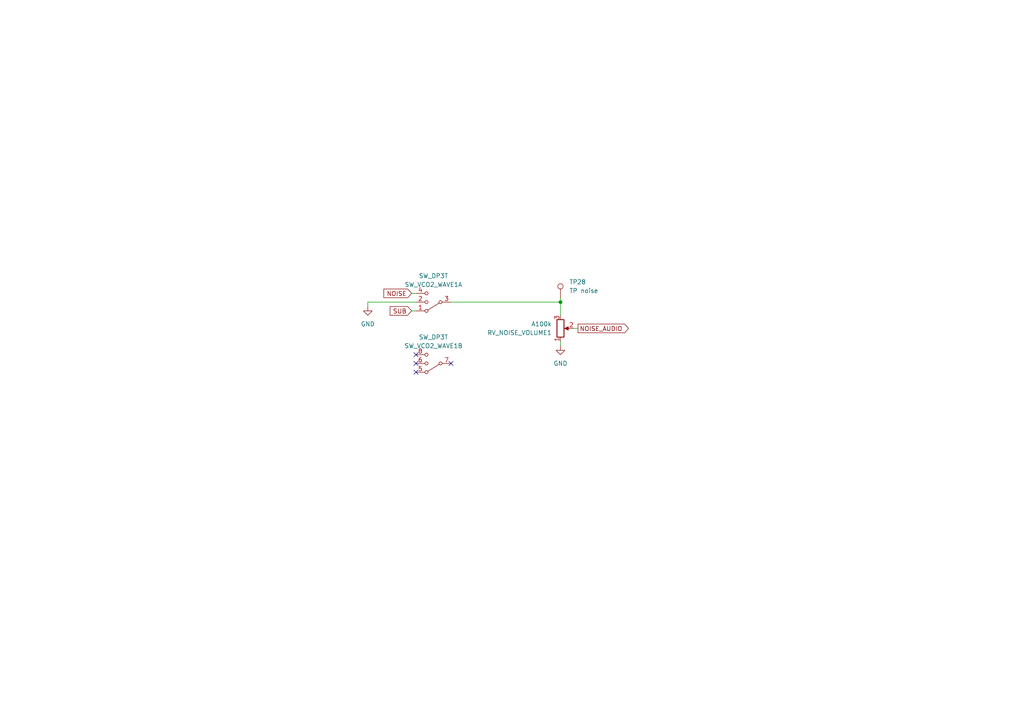
<source format=kicad_sch>
(kicad_sch (version 20231120) (generator "eeschema") (generator_version "8.0")
  (paper "A4")
  (lib_symbols
    (symbol "Connector:TestPoint" (pin_numbers hide) (pin_names (offset 0.762) hide)
      (property "Reference" "TP" (at 0 6.858 0))
      (property "Value" "TestPoint" (at 0 5.08 0))
      (symbol "TestPoint_0_1"
        (circle (center 0 3.302) (radius 0.762))
      )
      (symbol "TestPoint_1_1"
        (pin passive line (at 0 0 90) (length 2.54) (name "1") (number "1"))
      )
    )
    (symbol "Device:R_Potentiometer" (pin_names (offset 1.016) hide)
      (property "Reference" "RV" (at -4.445 0 90))
      (property "Value" "R_Potentiometer" (at -2.54 0 90))
      (symbol "R_Potentiometer_0_1"
        (polyline (pts (xy 2.54 0) (xy 1.524 0)))
        (polyline (pts (xy 1.143 0) (xy 2.286 0.508) (xy 2.286 -0.508) (xy 1.143 0)) (fill (type outline)))
        (rectangle (start 1.016 2.54) (end -1.016 -2.54) (stroke (width 0.254)))
      )
      (symbol "R_Potentiometer_1_1"
        (pin passive line (at 0 3.81 270) (length 1.27) (name "1") (number "1"))
        (pin passive line (at 3.81 0 180) (length 1.27) (name "2") (number "2"))
        (pin passive line (at 0 -3.81 90) (length 1.27) (name "3") (number "3"))
      )
    )
    (symbol "Switch:SW_DP3T" (pin_names (offset 0) hide)
      (property "Reference" "SW" (at 0 5.08 0))
      (property "Value" "SW_DP3T" (at 0 -5.08 0))
      (symbol "SW_DP3T_0_1"
        (circle (center -2.032 0) (radius 0.4572))
        (polyline (pts (xy -1.651 0.254) (xy 1.651 2.286)))
        (circle (center 2.032 -2.54) (radius 0.4572))
        (circle (center 2.032 0) (radius 0.4572))
        (circle (center 2.032 2.54) (radius 0.4572))
      )
      (symbol "SW_DP3T_1_1"
        (pin passive line (at 5.08 2.54 180) (length 2.54) (name "1") (number "1"))
        (pin passive line (at 5.08 0 180) (length 2.54) (name "2") (number "2"))
        (pin passive line (at -5.08 0 0) (length 2.54) (name "3") (number "3"))
        (pin passive line (at 5.08 -2.54 180) (length 2.54) (name "4") (number "4"))
      )
      (symbol "SW_DP3T_2_1"
        (pin passive line (at 5.08 2.54 180) (length 2.54) (name "5") (number "5"))
        (pin passive line (at 5.08 0 180) (length 2.54) (name "6") (number "6"))
        (pin passive line (at -5.08 0 0) (length 2.54) (name "7") (number "7"))
        (pin passive line (at 5.08 -2.54 180) (length 2.54) (name "8") (number "8"))
      )
    )
    (symbol "power:GND" (power) (pin_names (offset 0))
      (property "Value" "GND" (at 0 -3.81 0))
      (symbol "GND_0_1"
        (polyline (pts (xy 0 0) (xy 0 -1.27) (xy 1.27 -1.27) (xy 0 -2.54) (xy -1.27 -1.27) (xy 0 -1.27)))
      )
      (symbol "GND_1_1"
        (pin power_in line (at 0 0 270) (length 0) hide (name "GND") (number "1"))
      )
    )
  )
  (junction (at 162.56 87.63))
  (no_connect (at 130.81 105.41))
  (no_connect (at 120.65 105.41))
  (no_connect (at 120.65 102.87))
  (no_connect (at 120.65 107.95))
  (wire (pts (xy 120.65 87.63) (xy 106.68 87.63)))
  (wire (pts (xy 119.38 85.09) (xy 120.65 85.09)))
  (wire (pts (xy 119.38 90.17) (xy 120.65 90.17)))
  (wire (pts (xy 162.56 100.33) (xy 162.56 99.06)))
  (wire (pts (xy 167.64 95.25) (xy 166.37 95.25)))
  (wire (pts (xy 106.68 87.63) (xy 106.68 88.9)))
  (wire (pts (xy 162.56 86.36) (xy 162.56 87.63)))
  (wire (pts (xy 162.56 87.63) (xy 162.56 91.44)))
  (wire (pts (xy 130.81 87.63) (xy 162.56 87.63)))
  (global_label "NOISE" (shape input) (at 119.38 85.09 180) (property "Intersheetrefs" "${INTERSHEET_REFS}" (effects (hide yes))))
  (global_label "NOISE_AUDIO" (shape output) (at 167.64 95.25 0) (property "Intersheetrefs" "${INTERSHEET_REFS}" (effects (hide yes))))
  (global_label "SUB" (shape input) (at 119.38 90.17 180) (property "Intersheetrefs" "${INTERSHEET_REFS}" (effects (hide yes))))
  (symbol (lib_id "Device:R_Potentiometer") (at 162.56 95.25 0) (mirror x) (unit 1)
    (property "Reference" "RV_NOISE_VOLUME1" (at 160.02 96.52 0) (effects (justify right)))
    (property "Value" "A100k" (at 160.02 93.98 0) (effects (justify right)))
    (property "Footprint" "Shmoergh_Custom_Footprints:Potentiometer_Bourns_Single-PTV09A" (effects (hide yes)))
  )
  (symbol (lib_id "power:GND") (at 162.56 100.33 0) (unit 1)
    (property "Reference" "#PWR025" (effects (hide yes)))
    (property "Value" "GND" (at 162.56 105.41 0))
  )
  (symbol (lib_id "Switch:SW_DP3T") (at 125.73 87.63 180) (unit 1)
    (property "Reference" "SW_VCO2_WAVE1" (at 125.73 82.55 0))
    (property "Value" "SW_DP3T" (at 125.73 80.01 0))
    (property "Footprint" "Shmoergh_Custom_Footprints:DP3T Korg Style Switch" (effects (hide yes)))
    (instances (project "ui-rev-3" (path "" (reference "SW_VCO2_WAVE1") (unit 1)) (path "" (reference "SW_NOISE_SUB1") (unit 1)) (path "" (reference "SW_VCO2_WAVE1") (unit 1))))
  )
  (symbol (lib_id "power:GND") (at 106.68 88.9 0) (unit 1)
    (property "Reference" "#PWR084" (effects (hide yes)))
    (property "Value" "GND" (at 106.68 93.98 0))
  )
  (symbol (lib_id "Switch:SW_DP3T") (at 125.73 105.41 180) (unit 2)
    (property "Reference" "SW_VCO2_WAVE1" (at 125.73 100.33 0))
    (property "Value" "SW_DP3T" (at 125.73 97.79 0))
    (property "Footprint" "Shmoergh_Custom_Footprints:DP3T Korg Style Switch" (effects (hide yes)))
    (instances (project "ui-rev-3" (path "" (reference "SW_VCO2_WAVE1") (unit 2)) (path "" (reference "SW_NOISE_SUB1") (unit 2)) (path "" (reference "SW_VCO2_WAVE1") (unit 2))))
  )
  (symbol (lib_id "Connector:TestPoint") (at 162.56 86.36 0) (unit 1)
    (property "Reference" "TP2" (at 165.1 81.788 0) (effects (justify left)))
    (property "Value" "TP noise" (at 165.1 84.328 0) (effects (justify left)))
    (property "Footprint" "TestPoint:TestPoint_THTPad_2.0x2.0mm_Drill1.0mm" (effects (hide yes)))
    (instances (project "ui-rev-3" (path "" (reference "TP28") (unit 1)) (path "" (reference "TP2") (unit 1))))
  )
)
</source>
